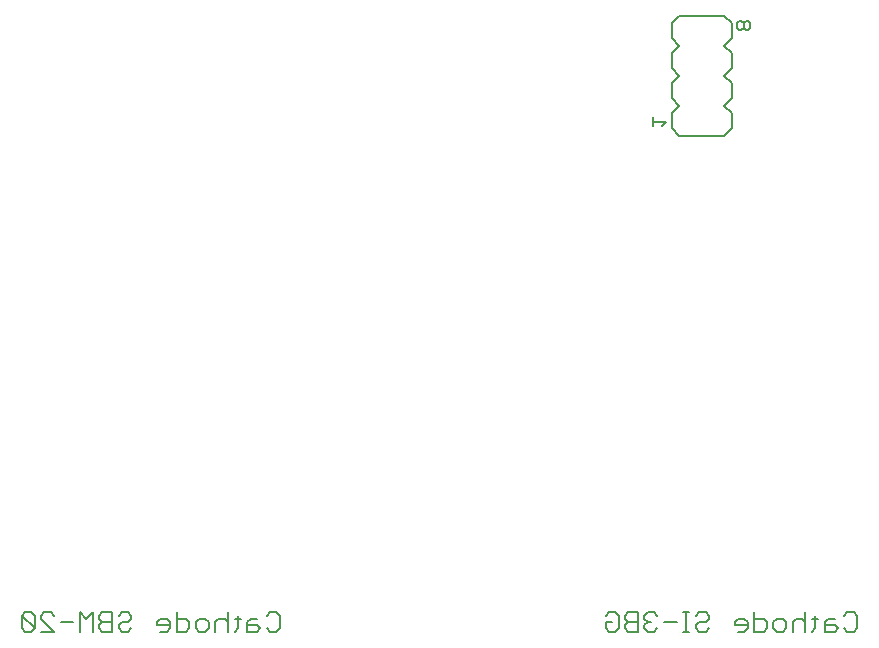
<source format=gbo>
G75*
G70*
%OFA0B0*%
%FSLAX24Y24*%
%IPPOS*%
%LPD*%
%AMOC8*
5,1,8,0,0,1.08239X$1,22.5*
%
%ADD10C,0.0060*%
%ADD11C,0.0050*%
D10*
X003208Y002076D02*
X003315Y001969D01*
X003528Y001969D01*
X003635Y002076D01*
X003208Y002503D01*
X003208Y002076D01*
X003635Y002076D02*
X003635Y002503D01*
X003528Y002610D01*
X003315Y002610D01*
X003208Y002503D01*
X003852Y002503D02*
X003852Y002396D01*
X004280Y001969D01*
X003852Y001969D01*
X003852Y002503D02*
X003959Y002610D01*
X004173Y002610D01*
X004280Y002503D01*
X004497Y002290D02*
X004924Y002290D01*
X005142Y002610D02*
X005142Y001969D01*
X005569Y001969D02*
X005569Y002610D01*
X005355Y002396D01*
X005142Y002610D01*
X005786Y002503D02*
X005786Y002396D01*
X005893Y002290D01*
X006213Y002290D01*
X006431Y002183D02*
X006431Y002076D01*
X006537Y001969D01*
X006751Y001969D01*
X006858Y002076D01*
X006751Y002290D02*
X006537Y002290D01*
X006431Y002183D01*
X006213Y001969D02*
X005893Y001969D01*
X005786Y002076D01*
X005786Y002183D01*
X005893Y002290D01*
X005786Y002503D02*
X005893Y002610D01*
X006213Y002610D01*
X006213Y001969D01*
X006431Y002503D02*
X006537Y002610D01*
X006751Y002610D01*
X006858Y002503D01*
X006858Y002396D01*
X006751Y002290D01*
X007720Y002290D02*
X007720Y002183D01*
X008147Y002183D01*
X008147Y002076D02*
X008147Y002290D01*
X008040Y002396D01*
X007827Y002396D01*
X007720Y002290D01*
X007827Y001969D02*
X008040Y001969D01*
X008147Y002076D01*
X008364Y001969D02*
X008685Y001969D01*
X008791Y002076D01*
X008791Y002290D01*
X008685Y002396D01*
X008364Y002396D01*
X008364Y002610D02*
X008364Y001969D01*
X009009Y002076D02*
X009009Y002290D01*
X009116Y002396D01*
X009329Y002396D01*
X009436Y002290D01*
X009436Y002076D01*
X009329Y001969D01*
X009116Y001969D01*
X009009Y002076D01*
X009653Y001969D02*
X009653Y002290D01*
X009760Y002396D01*
X009974Y002396D01*
X010080Y002290D01*
X010297Y002396D02*
X010510Y002396D01*
X010403Y002503D02*
X010403Y002076D01*
X010297Y001969D01*
X010080Y001969D02*
X010080Y002610D01*
X010728Y002290D02*
X010728Y001969D01*
X011048Y001969D01*
X011155Y002076D01*
X011048Y002183D01*
X010728Y002183D01*
X010728Y002290D02*
X010834Y002396D01*
X011048Y002396D01*
X011372Y002503D02*
X011479Y002610D01*
X011693Y002610D01*
X011799Y002503D01*
X011799Y002076D01*
X011693Y001969D01*
X011479Y001969D01*
X011372Y002076D01*
X022673Y002076D02*
X022673Y002290D01*
X022886Y002290D01*
X022673Y002503D02*
X022780Y002610D01*
X022993Y002610D01*
X023100Y002503D01*
X023100Y002076D01*
X022993Y001969D01*
X022780Y001969D01*
X022673Y002076D01*
X023317Y002076D02*
X023424Y001969D01*
X023744Y001969D01*
X023744Y002610D01*
X023424Y002610D01*
X023317Y002503D01*
X023317Y002396D01*
X023424Y002290D01*
X023744Y002290D01*
X023962Y002396D02*
X023962Y002503D01*
X024069Y002610D01*
X024282Y002610D01*
X024389Y002503D01*
X024175Y002290D02*
X024069Y002290D01*
X023962Y002183D01*
X023962Y002076D01*
X024069Y001969D01*
X024282Y001969D01*
X024389Y002076D01*
X024606Y002290D02*
X025033Y002290D01*
X025250Y002610D02*
X025463Y002610D01*
X025356Y002610D02*
X025356Y001969D01*
X025250Y001969D02*
X025463Y001969D01*
X025681Y002076D02*
X025787Y001969D01*
X026001Y001969D01*
X026108Y002076D01*
X026001Y002290D02*
X025787Y002290D01*
X025681Y002183D01*
X025681Y002076D01*
X026001Y002290D02*
X026108Y002396D01*
X026108Y002503D01*
X026001Y002610D01*
X025787Y002610D01*
X025681Y002503D01*
X026970Y002290D02*
X026970Y002183D01*
X027397Y002183D01*
X027397Y002076D02*
X027397Y002290D01*
X027290Y002396D01*
X027077Y002396D01*
X026970Y002290D01*
X027077Y001969D02*
X027290Y001969D01*
X027397Y002076D01*
X027614Y001969D02*
X027935Y001969D01*
X028041Y002076D01*
X028041Y002290D01*
X027935Y002396D01*
X027614Y002396D01*
X027614Y002610D02*
X027614Y001969D01*
X028259Y002076D02*
X028259Y002290D01*
X028366Y002396D01*
X028579Y002396D01*
X028686Y002290D01*
X028686Y002076D01*
X028579Y001969D01*
X028366Y001969D01*
X028259Y002076D01*
X028903Y001969D02*
X028903Y002290D01*
X029010Y002396D01*
X029224Y002396D01*
X029330Y002290D01*
X029547Y002396D02*
X029760Y002396D01*
X029653Y002503D02*
X029653Y002076D01*
X029547Y001969D01*
X029330Y001969D02*
X029330Y002610D01*
X029978Y002290D02*
X029978Y001969D01*
X030298Y001969D01*
X030405Y002076D01*
X030298Y002183D01*
X029978Y002183D01*
X029978Y002290D02*
X030084Y002396D01*
X030298Y002396D01*
X030622Y002503D02*
X030729Y002610D01*
X030943Y002610D01*
X031049Y002503D01*
X031049Y002076D01*
X030943Y001969D01*
X030729Y001969D01*
X030622Y002076D01*
X024069Y002290D02*
X023962Y002396D01*
X023424Y002290D02*
X023317Y002183D01*
X023317Y002076D01*
X025117Y018496D02*
X024867Y018746D01*
X024867Y019246D01*
X025117Y019496D01*
X024867Y019746D01*
X024867Y020246D01*
X025117Y020496D01*
X024867Y020746D01*
X024867Y021246D01*
X025117Y021496D01*
X024867Y021746D01*
X024867Y022246D01*
X025117Y022496D01*
X026617Y022496D01*
X026867Y022246D01*
X026867Y021746D01*
X026617Y021496D01*
X026867Y021246D01*
X026867Y020746D01*
X026617Y020496D01*
X026867Y020246D01*
X026867Y019746D01*
X026617Y019496D01*
X026867Y019246D01*
X026867Y018746D01*
X026617Y018496D01*
X025117Y018496D01*
D11*
X024692Y018971D02*
X024542Y018821D01*
X024692Y018971D02*
X024242Y018971D01*
X024242Y018821D02*
X024242Y019121D01*
X027117Y022021D02*
X027192Y022021D01*
X027267Y022096D01*
X027267Y022246D01*
X027192Y022321D01*
X027117Y022321D01*
X027042Y022246D01*
X027042Y022096D01*
X027117Y022021D01*
X027267Y022096D02*
X027342Y022021D01*
X027417Y022021D01*
X027492Y022096D01*
X027492Y022246D01*
X027417Y022321D01*
X027342Y022321D01*
X027267Y022246D01*
M02*

</source>
